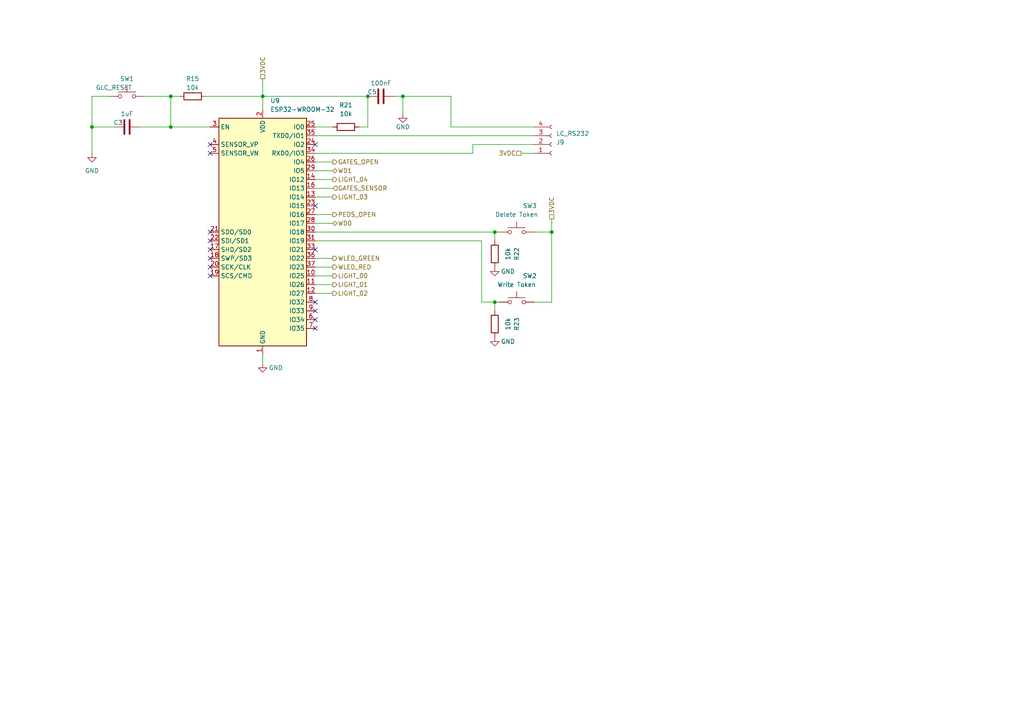
<source format=kicad_sch>
(kicad_sch (version 20230121) (generator eeschema)
  (paper "A4")
  (lib_symbols
    (symbol "Connector:Conn_01x04_Socket" (pin_names (offset 1.016) hide)
      (property "Reference" "J" (at 0 5.08 0))
      (property "Value" "Conn_01x04_Socket" (at 0 -7.62 0))
      (symbol "Conn_01x04_Socket_1_1"
        (arc (start 0 -4.572) (mid -0.5058 -5.08) (end 0 -5.588) (stroke (width 0.1524)))
        (arc (start 0 -2.032) (mid -0.5058 -2.54) (end 0 -3.048) (stroke (width 0.1524)))
        (polyline (pts (xy -1.27 -5.08) (xy -0.508 -5.08)) (stroke (width 0.1524)))
        (polyline (pts (xy -1.27 -2.54) (xy -0.508 -2.54)) (stroke (width 0.1524)))
        (polyline (pts (xy -1.27 0) (xy -0.508 0)) (stroke (width 0.1524)))
        (polyline (pts (xy -1.27 2.54) (xy -0.508 2.54)) (stroke (width 0.1524)))
        (arc (start 0 0.508) (mid -0.5058 0) (end 0 -0.508) (stroke (width 0.1524)))
        (arc (start 0 3.048) (mid -0.5058 2.54) (end 0 2.032) (stroke (width 0.1524)))
        (pin passive line (at -5.08 2.54 0) (length 3.81) (name "Pin_1") (number "1"))
        (pin passive line (at -5.08 0 0) (length 3.81) (name "Pin_2") (number "2"))
        (pin passive line (at -5.08 -2.54 0) (length 3.81) (name "Pin_3") (number "3"))
        (pin passive line (at -5.08 -5.08 0) (length 3.81) (name "Pin_4") (number "4"))
      )
    )
    (symbol "Device:C" (pin_numbers hide) (pin_names (offset 0.254))
      (property "Reference" "C" (at 0.635 2.54 0))
      (property "Value" "C" (at 0.635 -2.54 0))
      (symbol "C_0_1"
        (polyline (pts (xy -2.032 -0.762) (xy 2.032 -0.762)) (stroke (width 0.508)))
        (polyline (pts (xy -2.032 0.762) (xy 2.032 0.762)) (stroke (width 0.508)))
      )
      (symbol "C_1_1"
        (pin passive line (at 0 3.81 270) (length 2.794) (name "~") (number "1"))
        (pin passive line (at 0 -3.81 90) (length 2.794) (name "~") (number "2"))
      )
    )
    (symbol "Device:R" (pin_numbers hide) (pin_names (offset 0))
      (property "Reference" "R" (at 2.032 0 90))
      (property "Value" "R" (at 0 0 90))
      (symbol "R_0_1"
        (rectangle (start -1.016 -2.54) (end 1.016 2.54) (stroke (width 0.254)))
      )
      (symbol "R_1_1"
        (pin passive line (at 0 3.81 270) (length 1.27) (name "~") (number "1"))
        (pin passive line (at 0 -3.81 90) (length 1.27) (name "~") (number "2"))
      )
    )
    (symbol "RF_Module:ESP32-WROOM-32"
      (property "Reference" "U" (at -12.7 34.29 0))
      (property "Value" "ESP32-WROOM-32" (at 1.27 34.29 0))
      (symbol "ESP32-WROOM-32_0_1"
        (rectangle (start -12.7 33.02) (end 12.7 -33.02) (stroke (width 0.254)) (fill (type background)))
      )
      (symbol "ESP32-WROOM-32_1_1"
        (pin power_in line (at 0 -35.56 90) (length 2.54) (name "GND") (number "1"))
        (pin bidirectional line (at 15.24 -12.7 180) (length 2.54) (name "IO25") (number "10"))
        (pin bidirectional line (at 15.24 -15.24 180) (length 2.54) (name "IO26") (number "11"))
        (pin bidirectional line (at 15.24 -17.78 180) (length 2.54) (name "IO27") (number "12"))
        (pin bidirectional line (at 15.24 10.16 180) (length 2.54) (name "IO14") (number "13"))
        (pin bidirectional line (at 15.24 15.24 180) (length 2.54) (name "IO12") (number "14"))
        (pin passive line (at 0 -35.56 90) (length 2.54) hide (name "GND") (number "15"))
        (pin bidirectional line (at 15.24 12.7 180) (length 2.54) (name "IO13") (number "16"))
        (pin bidirectional line (at -15.24 -5.08 0) (length 2.54) (name "SHD/SD2") (number "17"))
        (pin bidirectional line (at -15.24 -7.62 0) (length 2.54) (name "SWP/SD3") (number "18"))
        (pin bidirectional line (at -15.24 -12.7 0) (length 2.54) (name "SCS/CMD") (number "19"))
        (pin power_in line (at 0 35.56 270) (length 2.54) (name "VDD") (number "2"))
        (pin bidirectional line (at -15.24 -10.16 0) (length 2.54) (name "SCK/CLK") (number "20"))
        (pin bidirectional line (at -15.24 0 0) (length 2.54) (name "SDO/SD0") (number "21"))
        (pin bidirectional line (at -15.24 -2.54 0) (length 2.54) (name "SDI/SD1") (number "22"))
        (pin bidirectional line (at 15.24 7.62 180) (length 2.54) (name "IO15") (number "23"))
        (pin bidirectional line (at 15.24 25.4 180) (length 2.54) (name "IO2") (number "24"))
        (pin bidirectional line (at 15.24 30.48 180) (length 2.54) (name "IO0") (number "25"))
        (pin bidirectional line (at 15.24 20.32 180) (length 2.54) (name "IO4") (number "26"))
        (pin bidirectional line (at 15.24 5.08 180) (length 2.54) (name "IO16") (number "27"))
        (pin bidirectional line (at 15.24 2.54 180) (length 2.54) (name "IO17") (number "28"))
        (pin bidirectional line (at 15.24 17.78 180) (length 2.54) (name "IO5") (number "29"))
        (pin input line (at -15.24 30.48 0) (length 2.54) (name "EN") (number "3"))
        (pin bidirectional line (at 15.24 0 180) (length 2.54) (name "IO18") (number "30"))
        (pin bidirectional line (at 15.24 -2.54 180) (length 2.54) (name "IO19") (number "31"))
        (pin no_connect line (at -12.7 -27.94 0) (length 2.54) hide (name "NC") (number "32"))
        (pin bidirectional line (at 15.24 -5.08 180) (length 2.54) (name "IO21") (number "33"))
        (pin bidirectional line (at 15.24 22.86 180) (length 2.54) (name "RXD0/IO3") (number "34"))
        (pin bidirectional line (at 15.24 27.94 180) (length 2.54) (name "TXD0/IO1") (number "35"))
        (pin bidirectional line (at 15.24 -7.62 180) (length 2.54) (name "IO22") (number "36"))
        (pin bidirectional line (at 15.24 -10.16 180) (length 2.54) (name "IO23") (number "37"))
        (pin passive line (at 0 -35.56 90) (length 2.54) hide (name "GND") (number "38"))
        (pin passive line (at 0 -35.56 90) (length 2.54) hide (name "GND") (number "39"))
        (pin input line (at -15.24 25.4 0) (length 2.54) (name "SENSOR_VP") (number "4"))
        (pin input line (at -15.24 22.86 0) (length 2.54) (name "SENSOR_VN") (number "5"))
        (pin input line (at 15.24 -25.4 180) (length 2.54) (name "IO34") (number "6"))
        (pin input line (at 15.24 -27.94 180) (length 2.54) (name "IO35") (number "7"))
        (pin bidirectional line (at 15.24 -20.32 180) (length 2.54) (name "IO32") (number "8"))
        (pin bidirectional line (at 15.24 -22.86 180) (length 2.54) (name "IO33") (number "9"))
      )
    )
    (symbol "Switch:SW_Push" (pin_numbers hide) (pin_names (offset 1.016) hide)
      (property "Reference" "SW" (at 1.27 2.54 0))
      (property "Value" "SW_Push" (at 0 -1.524 0))
      (symbol "SW_Push_0_1"
        (circle (center -2.032 0) (radius 0.508))
        (polyline (pts (xy 0 1.27) (xy 0 3.048)))
        (polyline (pts (xy 2.54 1.27) (xy -2.54 1.27)))
        (circle (center 2.032 0) (radius 0.508))
        (pin passive line (at -5.08 0 0) (length 2.54) (name "1") (number "1"))
        (pin passive line (at 5.08 0 180) (length 2.54) (name "2") (number "2"))
      )
    )
    (symbol "power:GND" (power) (pin_names (offset 0))
      (property "Value" "GND" (at 0 -3.81 0))
      (symbol "GND_0_1"
        (polyline (pts (xy 0 0) (xy 0 -1.27) (xy 1.27 -1.27) (xy 0 -2.54) (xy -1.27 -1.27) (xy 0 -1.27)))
      )
      (symbol "GND_1_1"
        (pin power_in line (at 0 0 270) (length 0) hide (name "GND") (number "1"))
      )
    )
  )
  (junction (at 49.53 27.94))
  (junction (at 106.68 27.94))
  (junction (at 160.02 67.31))
  (junction (at 143.51 87.63))
  (junction (at 143.51 67.31))
  (junction (at 49.53 36.83))
  (junction (at 76.2 27.94))
  (junction (at 26.67 36.83))
  (junction (at 116.84 27.94))
  (no_connect (at 60.96 69.85))
  (no_connect (at 91.44 92.71))
  (no_connect (at 91.44 41.91))
  (no_connect (at 60.96 74.93))
  (no_connect (at 91.44 59.69))
  (no_connect (at 60.96 72.39))
  (no_connect (at 60.96 77.47))
  (no_connect (at 60.96 67.31))
  (no_connect (at 60.96 41.91))
  (no_connect (at 60.96 80.01))
  (no_connect (at 60.96 44.45))
  (no_connect (at 91.44 87.63))
  (no_connect (at 91.44 95.25))
  (no_connect (at 91.44 90.17))
  (no_connect (at 91.44 72.39))
  (wire (pts (xy 139.7 87.63) (xy 143.51 87.63)))
  (wire (pts (xy 26.67 36.83) (xy 33.02 36.83)))
  (wire (pts (xy 96.52 52.07) (xy 91.44 52.07)))
  (wire (pts (xy 96.52 85.09) (xy 91.44 85.09)))
  (wire (pts (xy 40.64 36.83) (xy 49.53 36.83)))
  (wire (pts (xy 160.02 63.5) (xy 160.02 67.31)))
  (wire (pts (xy 26.67 36.83) (xy 26.67 44.45)))
  (wire (pts (xy 91.44 62.23) (xy 96.52 62.23)))
  (wire (pts (xy 96.52 82.55) (xy 91.44 82.55)))
  (wire (pts (xy 49.53 27.94) (xy 49.53 36.83)))
  (wire (pts (xy 41.91 27.94) (xy 49.53 27.94)))
  (wire (pts (xy 116.84 27.94) (xy 114.3 27.94)))
  (wire (pts (xy 26.67 36.83) (xy 26.67 27.94)))
  (wire (pts (xy 154.94 36.83) (xy 130.81 36.83)))
  (wire (pts (xy 91.44 54.61) (xy 96.52 54.61)))
  (wire (pts (xy 91.44 46.99) (xy 96.52 46.99)))
  (wire (pts (xy 49.53 27.94) (xy 52.07 27.94)))
  (wire (pts (xy 96.52 57.15) (xy 91.44 57.15)))
  (wire (pts (xy 143.51 67.31) (xy 143.51 69.85)))
  (wire (pts (xy 96.52 80.01) (xy 91.44 80.01)))
  (wire (pts (xy 76.2 27.94) (xy 76.2 31.75)))
  (wire (pts (xy 143.51 87.63) (xy 144.78 87.63)))
  (wire (pts (xy 106.68 27.94) (xy 76.2 27.94)))
  (wire (pts (xy 91.44 36.83) (xy 96.52 36.83)))
  (wire (pts (xy 91.44 67.31) (xy 143.51 67.31)))
  (wire (pts (xy 137.16 44.45) (xy 137.16 41.91)))
  (wire (pts (xy 91.44 64.77) (xy 96.52 64.77)))
  (wire (pts (xy 116.84 27.94) (xy 130.81 27.94)))
  (wire (pts (xy 106.68 36.83) (xy 106.68 27.94)))
  (wire (pts (xy 91.44 77.47) (xy 96.52 77.47)))
  (wire (pts (xy 154.94 67.31) (xy 160.02 67.31)))
  (wire (pts (xy 139.7 69.85) (xy 139.7 87.63)))
  (wire (pts (xy 91.44 44.45) (xy 137.16 44.45)))
  (wire (pts (xy 143.51 67.31) (xy 144.78 67.31)))
  (wire (pts (xy 49.53 36.83) (xy 60.96 36.83)))
  (wire (pts (xy 91.44 69.85) (xy 139.7 69.85)))
  (wire (pts (xy 76.2 105.41) (xy 76.2 102.87)))
  (wire (pts (xy 91.44 49.53) (xy 96.52 49.53)))
  (wire (pts (xy 116.84 27.94) (xy 116.84 33.02)))
  (wire (pts (xy 151.13 44.45) (xy 154.94 44.45)))
  (wire (pts (xy 160.02 67.31) (xy 160.02 87.63)))
  (wire (pts (xy 91.44 74.93) (xy 96.52 74.93)))
  (wire (pts (xy 59.69 27.94) (xy 76.2 27.94)))
  (wire (pts (xy 26.67 27.94) (xy 31.75 27.94)))
  (wire (pts (xy 160.02 87.63) (xy 154.94 87.63)))
  (wire (pts (xy 91.44 39.37) (xy 154.94 39.37)))
  (wire (pts (xy 137.16 41.91) (xy 154.94 41.91)))
  (wire (pts (xy 76.2 22.86) (xy 76.2 27.94)))
  (wire (pts (xy 104.14 36.83) (xy 106.68 36.83)))
  (wire (pts (xy 143.51 87.63) (xy 143.51 90.17)))
  (wire (pts (xy 130.81 36.83) (xy 130.81 27.94)))
  (hierarchical_label "WD1" (shape bidirectional) (at 96.52 49.53 0))
  (hierarchical_label "LIGHT_00" (shape output) (at 96.52 80.01 0))
  (hierarchical_label "3VDC" (shape passive) (at 160.02 63.5 90))
  (hierarchical_label "GATES_SENSOR" (shape input) (at 96.52 54.61 0))
  (hierarchical_label "3VDC" (shape passive) (at 151.13 44.45 180))
  (hierarchical_label "LIGHT_03" (shape output) (at 96.52 57.15 0))
  (hierarchical_label "WD0" (shape bidirectional) (at 96.52 64.77 0))
  (hierarchical_label "LIGHT_01" (shape output) (at 96.52 82.55 0))
  (hierarchical_label "LIGHT_02" (shape output) (at 96.52 85.09 0))
  (hierarchical_label "PEDS_OPEN" (shape output) (at 96.52 62.23 0))
  (hierarchical_label "WLED_RED" (shape output) (at 96.52 77.47 0))
  (hierarchical_label "LIGHT_04" (shape output) (at 96.52 52.07 0))
  (hierarchical_label "3VDC" (shape passive) (at 76.2 22.86 90))
  (hierarchical_label "WLED_GREEN" (shape output) (at 96.52 74.93 0))
  (hierarchical_label "GATES_OPEN" (shape output) (at 96.52 46.99 0))
  (symbol (lib_id "Switch:SW_Push") (at 36.83 27.94 0) (unit 1)
    (property "Reference" "SW1" (at 36.83 22.86 0))
    (property "Value" "GLC_RESET" (at 33.02 25.4 0))
    (property "Footprint" "Button_Switch_THT:SW_PUSH_6mm" (effects hide))
    (instances (project "control.gateway" (path "" (reference "SW1") (unit 1)) (path "" (reference "SW2") (unit 1))))
  )
  (symbol (lib_id "power:GND") (at 26.67 44.45 0) (unit 1)
    (property "Reference" "#PWR02" (effects hide))
    (property "Value" "GND" (at 26.67 49.53 0))
    (instances (project "control.gateway" (path "" (reference "#PWR02") (unit 1)) (path "" (reference "#PWR01") (unit 1))))
  )
  (symbol (lib_id "Connector:Conn_01x04_Socket") (at 160.02 41.91 0) (mirror x) (unit 1)
    (property "Reference" "J9" (at 161.29 41.275 0) (effects (justify left)))
    (property "Value" "LC_RS232" (at 161.29 38.735 0) (effects (justify left)))
    (property "Footprint" "Connector_PinSocket_2.54mm:PinSocket_1x04_P2.54mm_Vertical" (effects hide))
    (instances (project "water-ctrl-hw" (path "" (reference "J9") (unit 1)) (path "" (reference "J12") (unit 1))) (project "control.gateway" (path "" (reference "J10") (unit 1)) (path "" (reference "J14") (unit 1))))
  )
  (symbol (lib_id "Device:C") (at 110.49 27.94 270) (unit 1)
    (property "Reference" "C5" (at 107.95 26.67 90))
    (property "Value" "100nF" (at 110.49 24.13 90))
    (property "Footprint" "Capacitor_SMD:C_1206_3216Metric_Pad1.33x1.80mm_HandSolder" (effects hide))
    (instances (project "control.gateway" (path "" (reference "C5") (unit 1)) (path "" (reference "C9") (unit 1))))
  )
  (symbol (lib_id "Switch:SW_Push") (at 149.86 67.31 0) (unit 1)
    (property "Reference" "SW3" (at 153.67 59.69 0))
    (property "Value" "Delete Token" (at 149.86 62.23 0))
    (property "Footprint" "Button_Switch_THT:SW_PUSH_6mm" (effects hide))
    (instances (project "control.gateway" (path "" (reference "SW3") (unit 1)) (path "" (reference "SW4") (unit 1))))
  )
  (symbol (lib_id "power:GND") (at 76.2 105.41 0) (unit 1)
    (property "Reference" "#PWR07" (effects hide))
    (property "Value" "GND" (at 80.01 106.68 0))
    (instances (project "control.gateway" (path "" (reference "#PWR07") (unit 1)) (path "" (reference "#PWR03") (unit 1))))
  )
  (symbol (lib_id "RF_Module:ESP32-WROOM-32") (at 76.2 67.31 0) (unit 1)
    (property "Reference" "U9" (at 78.3941 29.21 0) (effects (justify left)))
    (property "Value" "ESP32-WROOM-32" (at 78.3941 31.75 0) (effects (justify left)))
    (property "Footprint" "RF_Module:ESP32-WROOM-32D" (effects hide))
    (property "Datasheet" "https://www.espressif.com/sites/default/files/documentation/esp32-wroom-32_datasheet_en.pdf" (effects hide))
  )
  (symbol (lib_id "power:GND") (at 116.84 33.02 0) (unit 1)
    (property "Reference" "#PWR029" (effects hide))
    (property "Value" "GND" (at 116.84 36.83 0))
    (instances (project "control.gateway" (path "" (reference "#PWR029") (unit 1)) (path "" (reference "#PWR06") (unit 1))))
  )
  (symbol (lib_id "power:GND") (at 143.51 97.79 0) (unit 1)
    (property "Reference" "#PWR05" (effects hide))
    (property "Value" "GND" (at 147.32 99.06 0))
    (instances (project "control.gateway" (path "" (reference "#PWR05") (unit 1)) (path "" (reference "#PWR08") (unit 1))))
  )
  (symbol (lib_id "power:GND") (at 143.51 77.47 0) (unit 1)
    (property "Reference" "#PWR042" (effects hide))
    (property "Value" "GND" (at 147.32 78.74 0))
    (instances (project "control.gateway" (path "" (reference "#PWR042") (unit 1)) (path "" (reference "#PWR07") (unit 1))))
  )
  (symbol (lib_id "Device:R") (at 55.88 27.94 90) (mirror x) (unit 1)
    (property "Reference" "R15" (at 55.88 22.86 90))
    (property "Value" "10k" (at 55.88 25.4 90))
    (property "Footprint" "PCM_Resistor_SMD_AKL:R_1206_3216Metric_Pad1.42x1.75mm_HandSolder" (effects hide))
    (instances (project "control.gateway" (path "" (reference "R15") (unit 1)) (path "" (reference "R23") (unit 1))))
  )
  (symbol (lib_id "Device:R") (at 100.33 36.83 270) (mirror x) (unit 1)
    (property "Reference" "R21" (at 100.33 30.48 90))
    (property "Value" "10k" (at 100.33 33.02 90))
    (property "Footprint" "PCM_Resistor_SMD_AKL:R_1206_3216Metric_Pad1.42x1.75mm_HandSolder" (effects hide))
    (instances (project "control.gateway" (path "" (reference "R21") (unit 1)) (path "" (reference "R28") (unit 1))))
  )
  (symbol (lib_id "Device:R") (at 143.51 93.98 0) (mirror x) (unit 1)
    (property "Reference" "R23" (at 149.86 93.98 90))
    (property "Value" "10k" (at 147.32 93.98 90))
    (property "Footprint" "PCM_Resistor_SMD_AKL:R_1206_3216Metric_Pad1.42x1.75mm_HandSolder" (effects hide))
    (instances (project "control.gateway" (path "" (reference "R23") (unit 1)) (path "" (reference "R34") (unit 1))))
  )
  (symbol (lib_id "Device:R") (at 143.51 73.66 0) (mirror x) (unit 1)
    (property "Reference" "R22" (at 149.86 73.66 90))
    (property "Value" "10k" (at 147.32 73.66 90))
    (property "Footprint" "PCM_Resistor_SMD_AKL:R_1206_3216Metric_Pad1.42x1.75mm_HandSolder" (effects hide))
    (instances (project "control.gateway" (path "" (reference "R22") (unit 1)) (path "" (reference "R35") (unit 1))))
  )
  (symbol (lib_id "Device:C") (at 36.83 36.83 270) (unit 1)
    (property "Reference" "C3" (at 34.29 35.56 90))
    (property "Value" "1uF" (at 36.83 33.02 90))
    (property "Footprint" "Capacitor_SMD:C_1206_3216Metric_Pad1.33x1.80mm_HandSolder" (effects hide))
    (instances (project "control.gateway" (path "" (reference "C3") (unit 1)) (path "" (reference "C8") (unit 1))))
  )
  (symbol (lib_id "Switch:SW_Push") (at 149.86 87.63 0) (unit 1)
    (property "Reference" "SW2" (at 153.67 80.01 0))
    (property "Value" "Write Token" (at 149.86 82.55 0))
    (property "Footprint" "Button_Switch_THT:SW_PUSH_6mm" (effects hide))
    (instances (project "control.gateway" (path "" (reference "SW2") (unit 1)) (path "" (reference "SW3") (unit 1))))
  )
)
</source>
